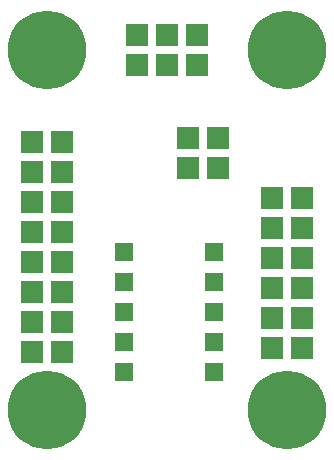
<source format=gbr>
G75*
G70*
%OFA0B0*%
%FSLAX24Y24*%
%IPPOS*%
%LPD*%
%AMOC8*
5,1,8,0,0,1.08239X$1,22.5*
%
%ADD10R,0.0634X0.0634*%
%ADD11R,0.0730X0.0730*%
%ADD12C,0.2620*%
D10*
X004743Y004555D03*
X004743Y005555D03*
X004743Y006555D03*
X004743Y007555D03*
X004743Y008555D03*
X007743Y008555D03*
X007743Y007555D03*
X007743Y006555D03*
X007743Y005555D03*
X007743Y004555D03*
D11*
X009680Y005368D03*
X009680Y006368D03*
X009680Y007368D03*
X009680Y008368D03*
X009680Y009368D03*
X009680Y010368D03*
X010680Y010368D03*
X010680Y009368D03*
X010680Y008368D03*
X010680Y007368D03*
X010680Y006368D03*
X010680Y005368D03*
X007868Y011368D03*
X007868Y012368D03*
X006868Y012368D03*
X006868Y011368D03*
X007180Y014805D03*
X007180Y015805D03*
X006180Y015805D03*
X006180Y014805D03*
X005180Y014805D03*
X005180Y015805D03*
X002680Y012243D03*
X002680Y011243D03*
X002680Y010243D03*
X002680Y009243D03*
X002680Y008243D03*
X002680Y007243D03*
X002680Y006243D03*
X002680Y005243D03*
X001680Y005243D03*
X001680Y006243D03*
X001680Y007243D03*
X001680Y008243D03*
X001680Y009243D03*
X001680Y010243D03*
X001680Y011243D03*
X001680Y012243D03*
D12*
X002180Y003305D03*
X002180Y015305D03*
X010180Y015305D03*
X010180Y003305D03*
M02*

</source>
